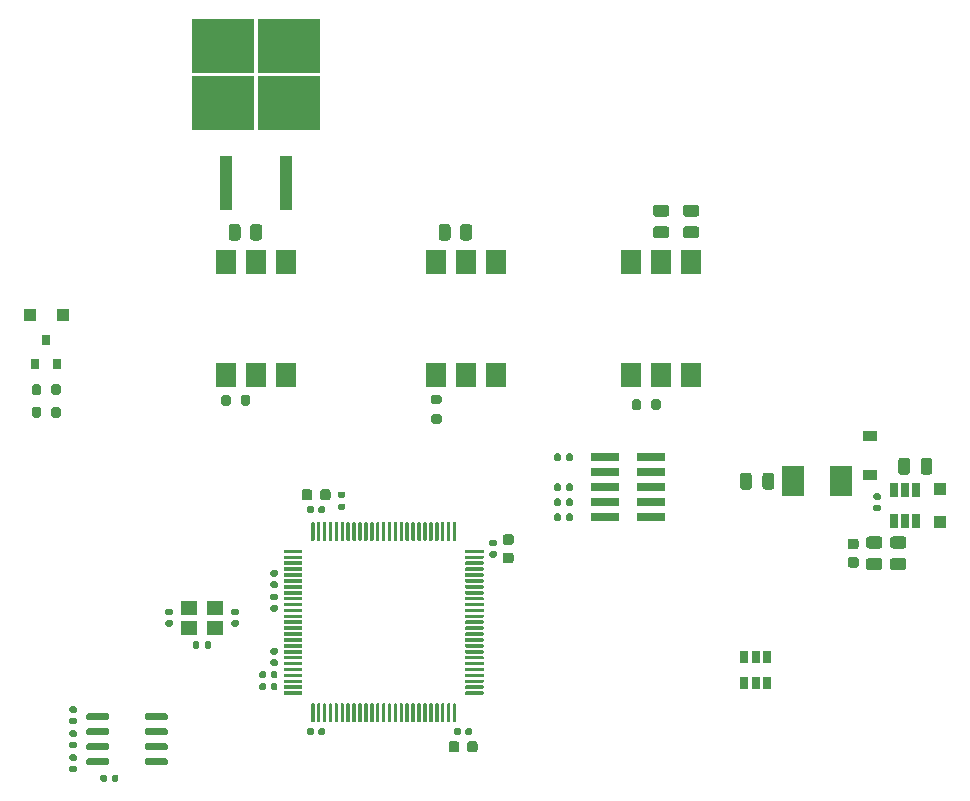
<source format=gbr>
%TF.GenerationSoftware,KiCad,Pcbnew,(5.1.7)-1*%
%TF.CreationDate,2021-04-04T08:26:08+02:00*%
%TF.ProjectId,Reflow_Ofen_V2,5265666c-6f77-45f4-9f66-656e5f56322e,rev?*%
%TF.SameCoordinates,Original*%
%TF.FileFunction,Paste,Top*%
%TF.FilePolarity,Positive*%
%FSLAX46Y46*%
G04 Gerber Fmt 4.6, Leading zero omitted, Abs format (unit mm)*
G04 Created by KiCad (PCBNEW (5.1.7)-1) date 2021-04-04 08:26:08*
%MOMM*%
%LPD*%
G01*
G04 APERTURE LIST*
%ADD10R,2.400000X0.740000*%
%ADD11R,1.100000X1.100000*%
%ADD12R,1.200000X0.900000*%
%ADD13R,1.100000X4.600000*%
%ADD14R,5.250000X4.550000*%
%ADD15R,0.650000X1.060000*%
%ADD16R,1.900000X2.500000*%
%ADD17R,0.800000X0.900000*%
%ADD18R,0.650000X1.220000*%
%ADD19R,1.780000X2.000000*%
%ADD20R,1.400000X1.200000*%
G04 APERTURE END LIST*
%TO.C,MCU1*%
G36*
G01*
X77250000Y-93135000D02*
X77250000Y-92985000D01*
G75*
G02*
X77325000Y-92910000I75000J0D01*
G01*
X78775000Y-92910000D01*
G75*
G02*
X78850000Y-92985000I0J-75000D01*
G01*
X78850000Y-93135000D01*
G75*
G02*
X78775000Y-93210000I-75000J0D01*
G01*
X77325000Y-93210000D01*
G75*
G02*
X77250000Y-93135000I0J75000D01*
G01*
G37*
G36*
G01*
X77250000Y-93635000D02*
X77250000Y-93485000D01*
G75*
G02*
X77325000Y-93410000I75000J0D01*
G01*
X78775000Y-93410000D01*
G75*
G02*
X78850000Y-93485000I0J-75000D01*
G01*
X78850000Y-93635000D01*
G75*
G02*
X78775000Y-93710000I-75000J0D01*
G01*
X77325000Y-93710000D01*
G75*
G02*
X77250000Y-93635000I0J75000D01*
G01*
G37*
G36*
G01*
X77250000Y-94135000D02*
X77250000Y-93985000D01*
G75*
G02*
X77325000Y-93910000I75000J0D01*
G01*
X78775000Y-93910000D01*
G75*
G02*
X78850000Y-93985000I0J-75000D01*
G01*
X78850000Y-94135000D01*
G75*
G02*
X78775000Y-94210000I-75000J0D01*
G01*
X77325000Y-94210000D01*
G75*
G02*
X77250000Y-94135000I0J75000D01*
G01*
G37*
G36*
G01*
X77250000Y-94635000D02*
X77250000Y-94485000D01*
G75*
G02*
X77325000Y-94410000I75000J0D01*
G01*
X78775000Y-94410000D01*
G75*
G02*
X78850000Y-94485000I0J-75000D01*
G01*
X78850000Y-94635000D01*
G75*
G02*
X78775000Y-94710000I-75000J0D01*
G01*
X77325000Y-94710000D01*
G75*
G02*
X77250000Y-94635000I0J75000D01*
G01*
G37*
G36*
G01*
X77250000Y-95135000D02*
X77250000Y-94985000D01*
G75*
G02*
X77325000Y-94910000I75000J0D01*
G01*
X78775000Y-94910000D01*
G75*
G02*
X78850000Y-94985000I0J-75000D01*
G01*
X78850000Y-95135000D01*
G75*
G02*
X78775000Y-95210000I-75000J0D01*
G01*
X77325000Y-95210000D01*
G75*
G02*
X77250000Y-95135000I0J75000D01*
G01*
G37*
G36*
G01*
X77250000Y-95635000D02*
X77250000Y-95485000D01*
G75*
G02*
X77325000Y-95410000I75000J0D01*
G01*
X78775000Y-95410000D01*
G75*
G02*
X78850000Y-95485000I0J-75000D01*
G01*
X78850000Y-95635000D01*
G75*
G02*
X78775000Y-95710000I-75000J0D01*
G01*
X77325000Y-95710000D01*
G75*
G02*
X77250000Y-95635000I0J75000D01*
G01*
G37*
G36*
G01*
X77250000Y-96135000D02*
X77250000Y-95985000D01*
G75*
G02*
X77325000Y-95910000I75000J0D01*
G01*
X78775000Y-95910000D01*
G75*
G02*
X78850000Y-95985000I0J-75000D01*
G01*
X78850000Y-96135000D01*
G75*
G02*
X78775000Y-96210000I-75000J0D01*
G01*
X77325000Y-96210000D01*
G75*
G02*
X77250000Y-96135000I0J75000D01*
G01*
G37*
G36*
G01*
X77250000Y-96635000D02*
X77250000Y-96485000D01*
G75*
G02*
X77325000Y-96410000I75000J0D01*
G01*
X78775000Y-96410000D01*
G75*
G02*
X78850000Y-96485000I0J-75000D01*
G01*
X78850000Y-96635000D01*
G75*
G02*
X78775000Y-96710000I-75000J0D01*
G01*
X77325000Y-96710000D01*
G75*
G02*
X77250000Y-96635000I0J75000D01*
G01*
G37*
G36*
G01*
X77250000Y-97135000D02*
X77250000Y-96985000D01*
G75*
G02*
X77325000Y-96910000I75000J0D01*
G01*
X78775000Y-96910000D01*
G75*
G02*
X78850000Y-96985000I0J-75000D01*
G01*
X78850000Y-97135000D01*
G75*
G02*
X78775000Y-97210000I-75000J0D01*
G01*
X77325000Y-97210000D01*
G75*
G02*
X77250000Y-97135000I0J75000D01*
G01*
G37*
G36*
G01*
X77250000Y-97635000D02*
X77250000Y-97485000D01*
G75*
G02*
X77325000Y-97410000I75000J0D01*
G01*
X78775000Y-97410000D01*
G75*
G02*
X78850000Y-97485000I0J-75000D01*
G01*
X78850000Y-97635000D01*
G75*
G02*
X78775000Y-97710000I-75000J0D01*
G01*
X77325000Y-97710000D01*
G75*
G02*
X77250000Y-97635000I0J75000D01*
G01*
G37*
G36*
G01*
X77250000Y-98135000D02*
X77250000Y-97985000D01*
G75*
G02*
X77325000Y-97910000I75000J0D01*
G01*
X78775000Y-97910000D01*
G75*
G02*
X78850000Y-97985000I0J-75000D01*
G01*
X78850000Y-98135000D01*
G75*
G02*
X78775000Y-98210000I-75000J0D01*
G01*
X77325000Y-98210000D01*
G75*
G02*
X77250000Y-98135000I0J75000D01*
G01*
G37*
G36*
G01*
X77250000Y-98635000D02*
X77250000Y-98485000D01*
G75*
G02*
X77325000Y-98410000I75000J0D01*
G01*
X78775000Y-98410000D01*
G75*
G02*
X78850000Y-98485000I0J-75000D01*
G01*
X78850000Y-98635000D01*
G75*
G02*
X78775000Y-98710000I-75000J0D01*
G01*
X77325000Y-98710000D01*
G75*
G02*
X77250000Y-98635000I0J75000D01*
G01*
G37*
G36*
G01*
X77250000Y-99135000D02*
X77250000Y-98985000D01*
G75*
G02*
X77325000Y-98910000I75000J0D01*
G01*
X78775000Y-98910000D01*
G75*
G02*
X78850000Y-98985000I0J-75000D01*
G01*
X78850000Y-99135000D01*
G75*
G02*
X78775000Y-99210000I-75000J0D01*
G01*
X77325000Y-99210000D01*
G75*
G02*
X77250000Y-99135000I0J75000D01*
G01*
G37*
G36*
G01*
X77250000Y-99635000D02*
X77250000Y-99485000D01*
G75*
G02*
X77325000Y-99410000I75000J0D01*
G01*
X78775000Y-99410000D01*
G75*
G02*
X78850000Y-99485000I0J-75000D01*
G01*
X78850000Y-99635000D01*
G75*
G02*
X78775000Y-99710000I-75000J0D01*
G01*
X77325000Y-99710000D01*
G75*
G02*
X77250000Y-99635000I0J75000D01*
G01*
G37*
G36*
G01*
X77250000Y-100135000D02*
X77250000Y-99985000D01*
G75*
G02*
X77325000Y-99910000I75000J0D01*
G01*
X78775000Y-99910000D01*
G75*
G02*
X78850000Y-99985000I0J-75000D01*
G01*
X78850000Y-100135000D01*
G75*
G02*
X78775000Y-100210000I-75000J0D01*
G01*
X77325000Y-100210000D01*
G75*
G02*
X77250000Y-100135000I0J75000D01*
G01*
G37*
G36*
G01*
X77250000Y-100635000D02*
X77250000Y-100485000D01*
G75*
G02*
X77325000Y-100410000I75000J0D01*
G01*
X78775000Y-100410000D01*
G75*
G02*
X78850000Y-100485000I0J-75000D01*
G01*
X78850000Y-100635000D01*
G75*
G02*
X78775000Y-100710000I-75000J0D01*
G01*
X77325000Y-100710000D01*
G75*
G02*
X77250000Y-100635000I0J75000D01*
G01*
G37*
G36*
G01*
X77250000Y-101135000D02*
X77250000Y-100985000D01*
G75*
G02*
X77325000Y-100910000I75000J0D01*
G01*
X78775000Y-100910000D01*
G75*
G02*
X78850000Y-100985000I0J-75000D01*
G01*
X78850000Y-101135000D01*
G75*
G02*
X78775000Y-101210000I-75000J0D01*
G01*
X77325000Y-101210000D01*
G75*
G02*
X77250000Y-101135000I0J75000D01*
G01*
G37*
G36*
G01*
X77250000Y-101635000D02*
X77250000Y-101485000D01*
G75*
G02*
X77325000Y-101410000I75000J0D01*
G01*
X78775000Y-101410000D01*
G75*
G02*
X78850000Y-101485000I0J-75000D01*
G01*
X78850000Y-101635000D01*
G75*
G02*
X78775000Y-101710000I-75000J0D01*
G01*
X77325000Y-101710000D01*
G75*
G02*
X77250000Y-101635000I0J75000D01*
G01*
G37*
G36*
G01*
X77250000Y-102135000D02*
X77250000Y-101985000D01*
G75*
G02*
X77325000Y-101910000I75000J0D01*
G01*
X78775000Y-101910000D01*
G75*
G02*
X78850000Y-101985000I0J-75000D01*
G01*
X78850000Y-102135000D01*
G75*
G02*
X78775000Y-102210000I-75000J0D01*
G01*
X77325000Y-102210000D01*
G75*
G02*
X77250000Y-102135000I0J75000D01*
G01*
G37*
G36*
G01*
X77250000Y-102635000D02*
X77250000Y-102485000D01*
G75*
G02*
X77325000Y-102410000I75000J0D01*
G01*
X78775000Y-102410000D01*
G75*
G02*
X78850000Y-102485000I0J-75000D01*
G01*
X78850000Y-102635000D01*
G75*
G02*
X78775000Y-102710000I-75000J0D01*
G01*
X77325000Y-102710000D01*
G75*
G02*
X77250000Y-102635000I0J75000D01*
G01*
G37*
G36*
G01*
X77250000Y-103135000D02*
X77250000Y-102985000D01*
G75*
G02*
X77325000Y-102910000I75000J0D01*
G01*
X78775000Y-102910000D01*
G75*
G02*
X78850000Y-102985000I0J-75000D01*
G01*
X78850000Y-103135000D01*
G75*
G02*
X78775000Y-103210000I-75000J0D01*
G01*
X77325000Y-103210000D01*
G75*
G02*
X77250000Y-103135000I0J75000D01*
G01*
G37*
G36*
G01*
X77250000Y-103635000D02*
X77250000Y-103485000D01*
G75*
G02*
X77325000Y-103410000I75000J0D01*
G01*
X78775000Y-103410000D01*
G75*
G02*
X78850000Y-103485000I0J-75000D01*
G01*
X78850000Y-103635000D01*
G75*
G02*
X78775000Y-103710000I-75000J0D01*
G01*
X77325000Y-103710000D01*
G75*
G02*
X77250000Y-103635000I0J75000D01*
G01*
G37*
G36*
G01*
X77250000Y-104135000D02*
X77250000Y-103985000D01*
G75*
G02*
X77325000Y-103910000I75000J0D01*
G01*
X78775000Y-103910000D01*
G75*
G02*
X78850000Y-103985000I0J-75000D01*
G01*
X78850000Y-104135000D01*
G75*
G02*
X78775000Y-104210000I-75000J0D01*
G01*
X77325000Y-104210000D01*
G75*
G02*
X77250000Y-104135000I0J75000D01*
G01*
G37*
G36*
G01*
X77250000Y-104635000D02*
X77250000Y-104485000D01*
G75*
G02*
X77325000Y-104410000I75000J0D01*
G01*
X78775000Y-104410000D01*
G75*
G02*
X78850000Y-104485000I0J-75000D01*
G01*
X78850000Y-104635000D01*
G75*
G02*
X78775000Y-104710000I-75000J0D01*
G01*
X77325000Y-104710000D01*
G75*
G02*
X77250000Y-104635000I0J75000D01*
G01*
G37*
G36*
G01*
X77250000Y-105135000D02*
X77250000Y-104985000D01*
G75*
G02*
X77325000Y-104910000I75000J0D01*
G01*
X78775000Y-104910000D01*
G75*
G02*
X78850000Y-104985000I0J-75000D01*
G01*
X78850000Y-105135000D01*
G75*
G02*
X78775000Y-105210000I-75000J0D01*
G01*
X77325000Y-105210000D01*
G75*
G02*
X77250000Y-105135000I0J75000D01*
G01*
G37*
G36*
G01*
X79575000Y-107460000D02*
X79575000Y-106010000D01*
G75*
G02*
X79650000Y-105935000I75000J0D01*
G01*
X79800000Y-105935000D01*
G75*
G02*
X79875000Y-106010000I0J-75000D01*
G01*
X79875000Y-107460000D01*
G75*
G02*
X79800000Y-107535000I-75000J0D01*
G01*
X79650000Y-107535000D01*
G75*
G02*
X79575000Y-107460000I0J75000D01*
G01*
G37*
G36*
G01*
X80075000Y-107460000D02*
X80075000Y-106010000D01*
G75*
G02*
X80150000Y-105935000I75000J0D01*
G01*
X80300000Y-105935000D01*
G75*
G02*
X80375000Y-106010000I0J-75000D01*
G01*
X80375000Y-107460000D01*
G75*
G02*
X80300000Y-107535000I-75000J0D01*
G01*
X80150000Y-107535000D01*
G75*
G02*
X80075000Y-107460000I0J75000D01*
G01*
G37*
G36*
G01*
X80575000Y-107460000D02*
X80575000Y-106010000D01*
G75*
G02*
X80650000Y-105935000I75000J0D01*
G01*
X80800000Y-105935000D01*
G75*
G02*
X80875000Y-106010000I0J-75000D01*
G01*
X80875000Y-107460000D01*
G75*
G02*
X80800000Y-107535000I-75000J0D01*
G01*
X80650000Y-107535000D01*
G75*
G02*
X80575000Y-107460000I0J75000D01*
G01*
G37*
G36*
G01*
X81075000Y-107460000D02*
X81075000Y-106010000D01*
G75*
G02*
X81150000Y-105935000I75000J0D01*
G01*
X81300000Y-105935000D01*
G75*
G02*
X81375000Y-106010000I0J-75000D01*
G01*
X81375000Y-107460000D01*
G75*
G02*
X81300000Y-107535000I-75000J0D01*
G01*
X81150000Y-107535000D01*
G75*
G02*
X81075000Y-107460000I0J75000D01*
G01*
G37*
G36*
G01*
X81575000Y-107460000D02*
X81575000Y-106010000D01*
G75*
G02*
X81650000Y-105935000I75000J0D01*
G01*
X81800000Y-105935000D01*
G75*
G02*
X81875000Y-106010000I0J-75000D01*
G01*
X81875000Y-107460000D01*
G75*
G02*
X81800000Y-107535000I-75000J0D01*
G01*
X81650000Y-107535000D01*
G75*
G02*
X81575000Y-107460000I0J75000D01*
G01*
G37*
G36*
G01*
X82075000Y-107460000D02*
X82075000Y-106010000D01*
G75*
G02*
X82150000Y-105935000I75000J0D01*
G01*
X82300000Y-105935000D01*
G75*
G02*
X82375000Y-106010000I0J-75000D01*
G01*
X82375000Y-107460000D01*
G75*
G02*
X82300000Y-107535000I-75000J0D01*
G01*
X82150000Y-107535000D01*
G75*
G02*
X82075000Y-107460000I0J75000D01*
G01*
G37*
G36*
G01*
X82575000Y-107460000D02*
X82575000Y-106010000D01*
G75*
G02*
X82650000Y-105935000I75000J0D01*
G01*
X82800000Y-105935000D01*
G75*
G02*
X82875000Y-106010000I0J-75000D01*
G01*
X82875000Y-107460000D01*
G75*
G02*
X82800000Y-107535000I-75000J0D01*
G01*
X82650000Y-107535000D01*
G75*
G02*
X82575000Y-107460000I0J75000D01*
G01*
G37*
G36*
G01*
X83075000Y-107460000D02*
X83075000Y-106010000D01*
G75*
G02*
X83150000Y-105935000I75000J0D01*
G01*
X83300000Y-105935000D01*
G75*
G02*
X83375000Y-106010000I0J-75000D01*
G01*
X83375000Y-107460000D01*
G75*
G02*
X83300000Y-107535000I-75000J0D01*
G01*
X83150000Y-107535000D01*
G75*
G02*
X83075000Y-107460000I0J75000D01*
G01*
G37*
G36*
G01*
X83575000Y-107460000D02*
X83575000Y-106010000D01*
G75*
G02*
X83650000Y-105935000I75000J0D01*
G01*
X83800000Y-105935000D01*
G75*
G02*
X83875000Y-106010000I0J-75000D01*
G01*
X83875000Y-107460000D01*
G75*
G02*
X83800000Y-107535000I-75000J0D01*
G01*
X83650000Y-107535000D01*
G75*
G02*
X83575000Y-107460000I0J75000D01*
G01*
G37*
G36*
G01*
X84075000Y-107460000D02*
X84075000Y-106010000D01*
G75*
G02*
X84150000Y-105935000I75000J0D01*
G01*
X84300000Y-105935000D01*
G75*
G02*
X84375000Y-106010000I0J-75000D01*
G01*
X84375000Y-107460000D01*
G75*
G02*
X84300000Y-107535000I-75000J0D01*
G01*
X84150000Y-107535000D01*
G75*
G02*
X84075000Y-107460000I0J75000D01*
G01*
G37*
G36*
G01*
X84575000Y-107460000D02*
X84575000Y-106010000D01*
G75*
G02*
X84650000Y-105935000I75000J0D01*
G01*
X84800000Y-105935000D01*
G75*
G02*
X84875000Y-106010000I0J-75000D01*
G01*
X84875000Y-107460000D01*
G75*
G02*
X84800000Y-107535000I-75000J0D01*
G01*
X84650000Y-107535000D01*
G75*
G02*
X84575000Y-107460000I0J75000D01*
G01*
G37*
G36*
G01*
X85075000Y-107460000D02*
X85075000Y-106010000D01*
G75*
G02*
X85150000Y-105935000I75000J0D01*
G01*
X85300000Y-105935000D01*
G75*
G02*
X85375000Y-106010000I0J-75000D01*
G01*
X85375000Y-107460000D01*
G75*
G02*
X85300000Y-107535000I-75000J0D01*
G01*
X85150000Y-107535000D01*
G75*
G02*
X85075000Y-107460000I0J75000D01*
G01*
G37*
G36*
G01*
X85575000Y-107460000D02*
X85575000Y-106010000D01*
G75*
G02*
X85650000Y-105935000I75000J0D01*
G01*
X85800000Y-105935000D01*
G75*
G02*
X85875000Y-106010000I0J-75000D01*
G01*
X85875000Y-107460000D01*
G75*
G02*
X85800000Y-107535000I-75000J0D01*
G01*
X85650000Y-107535000D01*
G75*
G02*
X85575000Y-107460000I0J75000D01*
G01*
G37*
G36*
G01*
X86075000Y-107460000D02*
X86075000Y-106010000D01*
G75*
G02*
X86150000Y-105935000I75000J0D01*
G01*
X86300000Y-105935000D01*
G75*
G02*
X86375000Y-106010000I0J-75000D01*
G01*
X86375000Y-107460000D01*
G75*
G02*
X86300000Y-107535000I-75000J0D01*
G01*
X86150000Y-107535000D01*
G75*
G02*
X86075000Y-107460000I0J75000D01*
G01*
G37*
G36*
G01*
X86575000Y-107460000D02*
X86575000Y-106010000D01*
G75*
G02*
X86650000Y-105935000I75000J0D01*
G01*
X86800000Y-105935000D01*
G75*
G02*
X86875000Y-106010000I0J-75000D01*
G01*
X86875000Y-107460000D01*
G75*
G02*
X86800000Y-107535000I-75000J0D01*
G01*
X86650000Y-107535000D01*
G75*
G02*
X86575000Y-107460000I0J75000D01*
G01*
G37*
G36*
G01*
X87075000Y-107460000D02*
X87075000Y-106010000D01*
G75*
G02*
X87150000Y-105935000I75000J0D01*
G01*
X87300000Y-105935000D01*
G75*
G02*
X87375000Y-106010000I0J-75000D01*
G01*
X87375000Y-107460000D01*
G75*
G02*
X87300000Y-107535000I-75000J0D01*
G01*
X87150000Y-107535000D01*
G75*
G02*
X87075000Y-107460000I0J75000D01*
G01*
G37*
G36*
G01*
X87575000Y-107460000D02*
X87575000Y-106010000D01*
G75*
G02*
X87650000Y-105935000I75000J0D01*
G01*
X87800000Y-105935000D01*
G75*
G02*
X87875000Y-106010000I0J-75000D01*
G01*
X87875000Y-107460000D01*
G75*
G02*
X87800000Y-107535000I-75000J0D01*
G01*
X87650000Y-107535000D01*
G75*
G02*
X87575000Y-107460000I0J75000D01*
G01*
G37*
G36*
G01*
X88075000Y-107460000D02*
X88075000Y-106010000D01*
G75*
G02*
X88150000Y-105935000I75000J0D01*
G01*
X88300000Y-105935000D01*
G75*
G02*
X88375000Y-106010000I0J-75000D01*
G01*
X88375000Y-107460000D01*
G75*
G02*
X88300000Y-107535000I-75000J0D01*
G01*
X88150000Y-107535000D01*
G75*
G02*
X88075000Y-107460000I0J75000D01*
G01*
G37*
G36*
G01*
X88575000Y-107460000D02*
X88575000Y-106010000D01*
G75*
G02*
X88650000Y-105935000I75000J0D01*
G01*
X88800000Y-105935000D01*
G75*
G02*
X88875000Y-106010000I0J-75000D01*
G01*
X88875000Y-107460000D01*
G75*
G02*
X88800000Y-107535000I-75000J0D01*
G01*
X88650000Y-107535000D01*
G75*
G02*
X88575000Y-107460000I0J75000D01*
G01*
G37*
G36*
G01*
X89075000Y-107460000D02*
X89075000Y-106010000D01*
G75*
G02*
X89150000Y-105935000I75000J0D01*
G01*
X89300000Y-105935000D01*
G75*
G02*
X89375000Y-106010000I0J-75000D01*
G01*
X89375000Y-107460000D01*
G75*
G02*
X89300000Y-107535000I-75000J0D01*
G01*
X89150000Y-107535000D01*
G75*
G02*
X89075000Y-107460000I0J75000D01*
G01*
G37*
G36*
G01*
X89575000Y-107460000D02*
X89575000Y-106010000D01*
G75*
G02*
X89650000Y-105935000I75000J0D01*
G01*
X89800000Y-105935000D01*
G75*
G02*
X89875000Y-106010000I0J-75000D01*
G01*
X89875000Y-107460000D01*
G75*
G02*
X89800000Y-107535000I-75000J0D01*
G01*
X89650000Y-107535000D01*
G75*
G02*
X89575000Y-107460000I0J75000D01*
G01*
G37*
G36*
G01*
X90075000Y-107460000D02*
X90075000Y-106010000D01*
G75*
G02*
X90150000Y-105935000I75000J0D01*
G01*
X90300000Y-105935000D01*
G75*
G02*
X90375000Y-106010000I0J-75000D01*
G01*
X90375000Y-107460000D01*
G75*
G02*
X90300000Y-107535000I-75000J0D01*
G01*
X90150000Y-107535000D01*
G75*
G02*
X90075000Y-107460000I0J75000D01*
G01*
G37*
G36*
G01*
X90575000Y-107460000D02*
X90575000Y-106010000D01*
G75*
G02*
X90650000Y-105935000I75000J0D01*
G01*
X90800000Y-105935000D01*
G75*
G02*
X90875000Y-106010000I0J-75000D01*
G01*
X90875000Y-107460000D01*
G75*
G02*
X90800000Y-107535000I-75000J0D01*
G01*
X90650000Y-107535000D01*
G75*
G02*
X90575000Y-107460000I0J75000D01*
G01*
G37*
G36*
G01*
X91075000Y-107460000D02*
X91075000Y-106010000D01*
G75*
G02*
X91150000Y-105935000I75000J0D01*
G01*
X91300000Y-105935000D01*
G75*
G02*
X91375000Y-106010000I0J-75000D01*
G01*
X91375000Y-107460000D01*
G75*
G02*
X91300000Y-107535000I-75000J0D01*
G01*
X91150000Y-107535000D01*
G75*
G02*
X91075000Y-107460000I0J75000D01*
G01*
G37*
G36*
G01*
X91575000Y-107460000D02*
X91575000Y-106010000D01*
G75*
G02*
X91650000Y-105935000I75000J0D01*
G01*
X91800000Y-105935000D01*
G75*
G02*
X91875000Y-106010000I0J-75000D01*
G01*
X91875000Y-107460000D01*
G75*
G02*
X91800000Y-107535000I-75000J0D01*
G01*
X91650000Y-107535000D01*
G75*
G02*
X91575000Y-107460000I0J75000D01*
G01*
G37*
G36*
G01*
X92600000Y-105135000D02*
X92600000Y-104985000D01*
G75*
G02*
X92675000Y-104910000I75000J0D01*
G01*
X94125000Y-104910000D01*
G75*
G02*
X94200000Y-104985000I0J-75000D01*
G01*
X94200000Y-105135000D01*
G75*
G02*
X94125000Y-105210000I-75000J0D01*
G01*
X92675000Y-105210000D01*
G75*
G02*
X92600000Y-105135000I0J75000D01*
G01*
G37*
G36*
G01*
X92600000Y-104635000D02*
X92600000Y-104485000D01*
G75*
G02*
X92675000Y-104410000I75000J0D01*
G01*
X94125000Y-104410000D01*
G75*
G02*
X94200000Y-104485000I0J-75000D01*
G01*
X94200000Y-104635000D01*
G75*
G02*
X94125000Y-104710000I-75000J0D01*
G01*
X92675000Y-104710000D01*
G75*
G02*
X92600000Y-104635000I0J75000D01*
G01*
G37*
G36*
G01*
X92600000Y-104135000D02*
X92600000Y-103985000D01*
G75*
G02*
X92675000Y-103910000I75000J0D01*
G01*
X94125000Y-103910000D01*
G75*
G02*
X94200000Y-103985000I0J-75000D01*
G01*
X94200000Y-104135000D01*
G75*
G02*
X94125000Y-104210000I-75000J0D01*
G01*
X92675000Y-104210000D01*
G75*
G02*
X92600000Y-104135000I0J75000D01*
G01*
G37*
G36*
G01*
X92600000Y-103635000D02*
X92600000Y-103485000D01*
G75*
G02*
X92675000Y-103410000I75000J0D01*
G01*
X94125000Y-103410000D01*
G75*
G02*
X94200000Y-103485000I0J-75000D01*
G01*
X94200000Y-103635000D01*
G75*
G02*
X94125000Y-103710000I-75000J0D01*
G01*
X92675000Y-103710000D01*
G75*
G02*
X92600000Y-103635000I0J75000D01*
G01*
G37*
G36*
G01*
X92600000Y-103135000D02*
X92600000Y-102985000D01*
G75*
G02*
X92675000Y-102910000I75000J0D01*
G01*
X94125000Y-102910000D01*
G75*
G02*
X94200000Y-102985000I0J-75000D01*
G01*
X94200000Y-103135000D01*
G75*
G02*
X94125000Y-103210000I-75000J0D01*
G01*
X92675000Y-103210000D01*
G75*
G02*
X92600000Y-103135000I0J75000D01*
G01*
G37*
G36*
G01*
X92600000Y-102635000D02*
X92600000Y-102485000D01*
G75*
G02*
X92675000Y-102410000I75000J0D01*
G01*
X94125000Y-102410000D01*
G75*
G02*
X94200000Y-102485000I0J-75000D01*
G01*
X94200000Y-102635000D01*
G75*
G02*
X94125000Y-102710000I-75000J0D01*
G01*
X92675000Y-102710000D01*
G75*
G02*
X92600000Y-102635000I0J75000D01*
G01*
G37*
G36*
G01*
X92600000Y-102135000D02*
X92600000Y-101985000D01*
G75*
G02*
X92675000Y-101910000I75000J0D01*
G01*
X94125000Y-101910000D01*
G75*
G02*
X94200000Y-101985000I0J-75000D01*
G01*
X94200000Y-102135000D01*
G75*
G02*
X94125000Y-102210000I-75000J0D01*
G01*
X92675000Y-102210000D01*
G75*
G02*
X92600000Y-102135000I0J75000D01*
G01*
G37*
G36*
G01*
X92600000Y-101635000D02*
X92600000Y-101485000D01*
G75*
G02*
X92675000Y-101410000I75000J0D01*
G01*
X94125000Y-101410000D01*
G75*
G02*
X94200000Y-101485000I0J-75000D01*
G01*
X94200000Y-101635000D01*
G75*
G02*
X94125000Y-101710000I-75000J0D01*
G01*
X92675000Y-101710000D01*
G75*
G02*
X92600000Y-101635000I0J75000D01*
G01*
G37*
G36*
G01*
X92600000Y-101135000D02*
X92600000Y-100985000D01*
G75*
G02*
X92675000Y-100910000I75000J0D01*
G01*
X94125000Y-100910000D01*
G75*
G02*
X94200000Y-100985000I0J-75000D01*
G01*
X94200000Y-101135000D01*
G75*
G02*
X94125000Y-101210000I-75000J0D01*
G01*
X92675000Y-101210000D01*
G75*
G02*
X92600000Y-101135000I0J75000D01*
G01*
G37*
G36*
G01*
X92600000Y-100635000D02*
X92600000Y-100485000D01*
G75*
G02*
X92675000Y-100410000I75000J0D01*
G01*
X94125000Y-100410000D01*
G75*
G02*
X94200000Y-100485000I0J-75000D01*
G01*
X94200000Y-100635000D01*
G75*
G02*
X94125000Y-100710000I-75000J0D01*
G01*
X92675000Y-100710000D01*
G75*
G02*
X92600000Y-100635000I0J75000D01*
G01*
G37*
G36*
G01*
X92600000Y-100135000D02*
X92600000Y-99985000D01*
G75*
G02*
X92675000Y-99910000I75000J0D01*
G01*
X94125000Y-99910000D01*
G75*
G02*
X94200000Y-99985000I0J-75000D01*
G01*
X94200000Y-100135000D01*
G75*
G02*
X94125000Y-100210000I-75000J0D01*
G01*
X92675000Y-100210000D01*
G75*
G02*
X92600000Y-100135000I0J75000D01*
G01*
G37*
G36*
G01*
X92600000Y-99635000D02*
X92600000Y-99485000D01*
G75*
G02*
X92675000Y-99410000I75000J0D01*
G01*
X94125000Y-99410000D01*
G75*
G02*
X94200000Y-99485000I0J-75000D01*
G01*
X94200000Y-99635000D01*
G75*
G02*
X94125000Y-99710000I-75000J0D01*
G01*
X92675000Y-99710000D01*
G75*
G02*
X92600000Y-99635000I0J75000D01*
G01*
G37*
G36*
G01*
X92600000Y-99135000D02*
X92600000Y-98985000D01*
G75*
G02*
X92675000Y-98910000I75000J0D01*
G01*
X94125000Y-98910000D01*
G75*
G02*
X94200000Y-98985000I0J-75000D01*
G01*
X94200000Y-99135000D01*
G75*
G02*
X94125000Y-99210000I-75000J0D01*
G01*
X92675000Y-99210000D01*
G75*
G02*
X92600000Y-99135000I0J75000D01*
G01*
G37*
G36*
G01*
X92600000Y-98635000D02*
X92600000Y-98485000D01*
G75*
G02*
X92675000Y-98410000I75000J0D01*
G01*
X94125000Y-98410000D01*
G75*
G02*
X94200000Y-98485000I0J-75000D01*
G01*
X94200000Y-98635000D01*
G75*
G02*
X94125000Y-98710000I-75000J0D01*
G01*
X92675000Y-98710000D01*
G75*
G02*
X92600000Y-98635000I0J75000D01*
G01*
G37*
G36*
G01*
X92600000Y-98135000D02*
X92600000Y-97985000D01*
G75*
G02*
X92675000Y-97910000I75000J0D01*
G01*
X94125000Y-97910000D01*
G75*
G02*
X94200000Y-97985000I0J-75000D01*
G01*
X94200000Y-98135000D01*
G75*
G02*
X94125000Y-98210000I-75000J0D01*
G01*
X92675000Y-98210000D01*
G75*
G02*
X92600000Y-98135000I0J75000D01*
G01*
G37*
G36*
G01*
X92600000Y-97635000D02*
X92600000Y-97485000D01*
G75*
G02*
X92675000Y-97410000I75000J0D01*
G01*
X94125000Y-97410000D01*
G75*
G02*
X94200000Y-97485000I0J-75000D01*
G01*
X94200000Y-97635000D01*
G75*
G02*
X94125000Y-97710000I-75000J0D01*
G01*
X92675000Y-97710000D01*
G75*
G02*
X92600000Y-97635000I0J75000D01*
G01*
G37*
G36*
G01*
X92600000Y-97135000D02*
X92600000Y-96985000D01*
G75*
G02*
X92675000Y-96910000I75000J0D01*
G01*
X94125000Y-96910000D01*
G75*
G02*
X94200000Y-96985000I0J-75000D01*
G01*
X94200000Y-97135000D01*
G75*
G02*
X94125000Y-97210000I-75000J0D01*
G01*
X92675000Y-97210000D01*
G75*
G02*
X92600000Y-97135000I0J75000D01*
G01*
G37*
G36*
G01*
X92600000Y-96635000D02*
X92600000Y-96485000D01*
G75*
G02*
X92675000Y-96410000I75000J0D01*
G01*
X94125000Y-96410000D01*
G75*
G02*
X94200000Y-96485000I0J-75000D01*
G01*
X94200000Y-96635000D01*
G75*
G02*
X94125000Y-96710000I-75000J0D01*
G01*
X92675000Y-96710000D01*
G75*
G02*
X92600000Y-96635000I0J75000D01*
G01*
G37*
G36*
G01*
X92600000Y-96135000D02*
X92600000Y-95985000D01*
G75*
G02*
X92675000Y-95910000I75000J0D01*
G01*
X94125000Y-95910000D01*
G75*
G02*
X94200000Y-95985000I0J-75000D01*
G01*
X94200000Y-96135000D01*
G75*
G02*
X94125000Y-96210000I-75000J0D01*
G01*
X92675000Y-96210000D01*
G75*
G02*
X92600000Y-96135000I0J75000D01*
G01*
G37*
G36*
G01*
X92600000Y-95635000D02*
X92600000Y-95485000D01*
G75*
G02*
X92675000Y-95410000I75000J0D01*
G01*
X94125000Y-95410000D01*
G75*
G02*
X94200000Y-95485000I0J-75000D01*
G01*
X94200000Y-95635000D01*
G75*
G02*
X94125000Y-95710000I-75000J0D01*
G01*
X92675000Y-95710000D01*
G75*
G02*
X92600000Y-95635000I0J75000D01*
G01*
G37*
G36*
G01*
X92600000Y-95135000D02*
X92600000Y-94985000D01*
G75*
G02*
X92675000Y-94910000I75000J0D01*
G01*
X94125000Y-94910000D01*
G75*
G02*
X94200000Y-94985000I0J-75000D01*
G01*
X94200000Y-95135000D01*
G75*
G02*
X94125000Y-95210000I-75000J0D01*
G01*
X92675000Y-95210000D01*
G75*
G02*
X92600000Y-95135000I0J75000D01*
G01*
G37*
G36*
G01*
X92600000Y-94635000D02*
X92600000Y-94485000D01*
G75*
G02*
X92675000Y-94410000I75000J0D01*
G01*
X94125000Y-94410000D01*
G75*
G02*
X94200000Y-94485000I0J-75000D01*
G01*
X94200000Y-94635000D01*
G75*
G02*
X94125000Y-94710000I-75000J0D01*
G01*
X92675000Y-94710000D01*
G75*
G02*
X92600000Y-94635000I0J75000D01*
G01*
G37*
G36*
G01*
X92600000Y-94135000D02*
X92600000Y-93985000D01*
G75*
G02*
X92675000Y-93910000I75000J0D01*
G01*
X94125000Y-93910000D01*
G75*
G02*
X94200000Y-93985000I0J-75000D01*
G01*
X94200000Y-94135000D01*
G75*
G02*
X94125000Y-94210000I-75000J0D01*
G01*
X92675000Y-94210000D01*
G75*
G02*
X92600000Y-94135000I0J75000D01*
G01*
G37*
G36*
G01*
X92600000Y-93635000D02*
X92600000Y-93485000D01*
G75*
G02*
X92675000Y-93410000I75000J0D01*
G01*
X94125000Y-93410000D01*
G75*
G02*
X94200000Y-93485000I0J-75000D01*
G01*
X94200000Y-93635000D01*
G75*
G02*
X94125000Y-93710000I-75000J0D01*
G01*
X92675000Y-93710000D01*
G75*
G02*
X92600000Y-93635000I0J75000D01*
G01*
G37*
G36*
G01*
X92600000Y-93135000D02*
X92600000Y-92985000D01*
G75*
G02*
X92675000Y-92910000I75000J0D01*
G01*
X94125000Y-92910000D01*
G75*
G02*
X94200000Y-92985000I0J-75000D01*
G01*
X94200000Y-93135000D01*
G75*
G02*
X94125000Y-93210000I-75000J0D01*
G01*
X92675000Y-93210000D01*
G75*
G02*
X92600000Y-93135000I0J75000D01*
G01*
G37*
G36*
G01*
X91575000Y-92110000D02*
X91575000Y-90660000D01*
G75*
G02*
X91650000Y-90585000I75000J0D01*
G01*
X91800000Y-90585000D01*
G75*
G02*
X91875000Y-90660000I0J-75000D01*
G01*
X91875000Y-92110000D01*
G75*
G02*
X91800000Y-92185000I-75000J0D01*
G01*
X91650000Y-92185000D01*
G75*
G02*
X91575000Y-92110000I0J75000D01*
G01*
G37*
G36*
G01*
X91075000Y-92110000D02*
X91075000Y-90660000D01*
G75*
G02*
X91150000Y-90585000I75000J0D01*
G01*
X91300000Y-90585000D01*
G75*
G02*
X91375000Y-90660000I0J-75000D01*
G01*
X91375000Y-92110000D01*
G75*
G02*
X91300000Y-92185000I-75000J0D01*
G01*
X91150000Y-92185000D01*
G75*
G02*
X91075000Y-92110000I0J75000D01*
G01*
G37*
G36*
G01*
X90575000Y-92110000D02*
X90575000Y-90660000D01*
G75*
G02*
X90650000Y-90585000I75000J0D01*
G01*
X90800000Y-90585000D01*
G75*
G02*
X90875000Y-90660000I0J-75000D01*
G01*
X90875000Y-92110000D01*
G75*
G02*
X90800000Y-92185000I-75000J0D01*
G01*
X90650000Y-92185000D01*
G75*
G02*
X90575000Y-92110000I0J75000D01*
G01*
G37*
G36*
G01*
X90075000Y-92110000D02*
X90075000Y-90660000D01*
G75*
G02*
X90150000Y-90585000I75000J0D01*
G01*
X90300000Y-90585000D01*
G75*
G02*
X90375000Y-90660000I0J-75000D01*
G01*
X90375000Y-92110000D01*
G75*
G02*
X90300000Y-92185000I-75000J0D01*
G01*
X90150000Y-92185000D01*
G75*
G02*
X90075000Y-92110000I0J75000D01*
G01*
G37*
G36*
G01*
X89575000Y-92110000D02*
X89575000Y-90660000D01*
G75*
G02*
X89650000Y-90585000I75000J0D01*
G01*
X89800000Y-90585000D01*
G75*
G02*
X89875000Y-90660000I0J-75000D01*
G01*
X89875000Y-92110000D01*
G75*
G02*
X89800000Y-92185000I-75000J0D01*
G01*
X89650000Y-92185000D01*
G75*
G02*
X89575000Y-92110000I0J75000D01*
G01*
G37*
G36*
G01*
X89075000Y-92110000D02*
X89075000Y-90660000D01*
G75*
G02*
X89150000Y-90585000I75000J0D01*
G01*
X89300000Y-90585000D01*
G75*
G02*
X89375000Y-90660000I0J-75000D01*
G01*
X89375000Y-92110000D01*
G75*
G02*
X89300000Y-92185000I-75000J0D01*
G01*
X89150000Y-92185000D01*
G75*
G02*
X89075000Y-92110000I0J75000D01*
G01*
G37*
G36*
G01*
X88575000Y-92110000D02*
X88575000Y-90660000D01*
G75*
G02*
X88650000Y-90585000I75000J0D01*
G01*
X88800000Y-90585000D01*
G75*
G02*
X88875000Y-90660000I0J-75000D01*
G01*
X88875000Y-92110000D01*
G75*
G02*
X88800000Y-92185000I-75000J0D01*
G01*
X88650000Y-92185000D01*
G75*
G02*
X88575000Y-92110000I0J75000D01*
G01*
G37*
G36*
G01*
X88075000Y-92110000D02*
X88075000Y-90660000D01*
G75*
G02*
X88150000Y-90585000I75000J0D01*
G01*
X88300000Y-90585000D01*
G75*
G02*
X88375000Y-90660000I0J-75000D01*
G01*
X88375000Y-92110000D01*
G75*
G02*
X88300000Y-92185000I-75000J0D01*
G01*
X88150000Y-92185000D01*
G75*
G02*
X88075000Y-92110000I0J75000D01*
G01*
G37*
G36*
G01*
X87575000Y-92110000D02*
X87575000Y-90660000D01*
G75*
G02*
X87650000Y-90585000I75000J0D01*
G01*
X87800000Y-90585000D01*
G75*
G02*
X87875000Y-90660000I0J-75000D01*
G01*
X87875000Y-92110000D01*
G75*
G02*
X87800000Y-92185000I-75000J0D01*
G01*
X87650000Y-92185000D01*
G75*
G02*
X87575000Y-92110000I0J75000D01*
G01*
G37*
G36*
G01*
X87075000Y-92110000D02*
X87075000Y-90660000D01*
G75*
G02*
X87150000Y-90585000I75000J0D01*
G01*
X87300000Y-90585000D01*
G75*
G02*
X87375000Y-90660000I0J-75000D01*
G01*
X87375000Y-92110000D01*
G75*
G02*
X87300000Y-92185000I-75000J0D01*
G01*
X87150000Y-92185000D01*
G75*
G02*
X87075000Y-92110000I0J75000D01*
G01*
G37*
G36*
G01*
X86575000Y-92110000D02*
X86575000Y-90660000D01*
G75*
G02*
X86650000Y-90585000I75000J0D01*
G01*
X86800000Y-90585000D01*
G75*
G02*
X86875000Y-90660000I0J-75000D01*
G01*
X86875000Y-92110000D01*
G75*
G02*
X86800000Y-92185000I-75000J0D01*
G01*
X86650000Y-92185000D01*
G75*
G02*
X86575000Y-92110000I0J75000D01*
G01*
G37*
G36*
G01*
X86075000Y-92110000D02*
X86075000Y-90660000D01*
G75*
G02*
X86150000Y-90585000I75000J0D01*
G01*
X86300000Y-90585000D01*
G75*
G02*
X86375000Y-90660000I0J-75000D01*
G01*
X86375000Y-92110000D01*
G75*
G02*
X86300000Y-92185000I-75000J0D01*
G01*
X86150000Y-92185000D01*
G75*
G02*
X86075000Y-92110000I0J75000D01*
G01*
G37*
G36*
G01*
X85575000Y-92110000D02*
X85575000Y-90660000D01*
G75*
G02*
X85650000Y-90585000I75000J0D01*
G01*
X85800000Y-90585000D01*
G75*
G02*
X85875000Y-90660000I0J-75000D01*
G01*
X85875000Y-92110000D01*
G75*
G02*
X85800000Y-92185000I-75000J0D01*
G01*
X85650000Y-92185000D01*
G75*
G02*
X85575000Y-92110000I0J75000D01*
G01*
G37*
G36*
G01*
X85075000Y-92110000D02*
X85075000Y-90660000D01*
G75*
G02*
X85150000Y-90585000I75000J0D01*
G01*
X85300000Y-90585000D01*
G75*
G02*
X85375000Y-90660000I0J-75000D01*
G01*
X85375000Y-92110000D01*
G75*
G02*
X85300000Y-92185000I-75000J0D01*
G01*
X85150000Y-92185000D01*
G75*
G02*
X85075000Y-92110000I0J75000D01*
G01*
G37*
G36*
G01*
X84575000Y-92110000D02*
X84575000Y-90660000D01*
G75*
G02*
X84650000Y-90585000I75000J0D01*
G01*
X84800000Y-90585000D01*
G75*
G02*
X84875000Y-90660000I0J-75000D01*
G01*
X84875000Y-92110000D01*
G75*
G02*
X84800000Y-92185000I-75000J0D01*
G01*
X84650000Y-92185000D01*
G75*
G02*
X84575000Y-92110000I0J75000D01*
G01*
G37*
G36*
G01*
X84075000Y-92110000D02*
X84075000Y-90660000D01*
G75*
G02*
X84150000Y-90585000I75000J0D01*
G01*
X84300000Y-90585000D01*
G75*
G02*
X84375000Y-90660000I0J-75000D01*
G01*
X84375000Y-92110000D01*
G75*
G02*
X84300000Y-92185000I-75000J0D01*
G01*
X84150000Y-92185000D01*
G75*
G02*
X84075000Y-92110000I0J75000D01*
G01*
G37*
G36*
G01*
X83575000Y-92110000D02*
X83575000Y-90660000D01*
G75*
G02*
X83650000Y-90585000I75000J0D01*
G01*
X83800000Y-90585000D01*
G75*
G02*
X83875000Y-90660000I0J-75000D01*
G01*
X83875000Y-92110000D01*
G75*
G02*
X83800000Y-92185000I-75000J0D01*
G01*
X83650000Y-92185000D01*
G75*
G02*
X83575000Y-92110000I0J75000D01*
G01*
G37*
G36*
G01*
X83075000Y-92110000D02*
X83075000Y-90660000D01*
G75*
G02*
X83150000Y-90585000I75000J0D01*
G01*
X83300000Y-90585000D01*
G75*
G02*
X83375000Y-90660000I0J-75000D01*
G01*
X83375000Y-92110000D01*
G75*
G02*
X83300000Y-92185000I-75000J0D01*
G01*
X83150000Y-92185000D01*
G75*
G02*
X83075000Y-92110000I0J75000D01*
G01*
G37*
G36*
G01*
X82575000Y-92110000D02*
X82575000Y-90660000D01*
G75*
G02*
X82650000Y-90585000I75000J0D01*
G01*
X82800000Y-90585000D01*
G75*
G02*
X82875000Y-90660000I0J-75000D01*
G01*
X82875000Y-92110000D01*
G75*
G02*
X82800000Y-92185000I-75000J0D01*
G01*
X82650000Y-92185000D01*
G75*
G02*
X82575000Y-92110000I0J75000D01*
G01*
G37*
G36*
G01*
X82075000Y-92110000D02*
X82075000Y-90660000D01*
G75*
G02*
X82150000Y-90585000I75000J0D01*
G01*
X82300000Y-90585000D01*
G75*
G02*
X82375000Y-90660000I0J-75000D01*
G01*
X82375000Y-92110000D01*
G75*
G02*
X82300000Y-92185000I-75000J0D01*
G01*
X82150000Y-92185000D01*
G75*
G02*
X82075000Y-92110000I0J75000D01*
G01*
G37*
G36*
G01*
X81575000Y-92110000D02*
X81575000Y-90660000D01*
G75*
G02*
X81650000Y-90585000I75000J0D01*
G01*
X81800000Y-90585000D01*
G75*
G02*
X81875000Y-90660000I0J-75000D01*
G01*
X81875000Y-92110000D01*
G75*
G02*
X81800000Y-92185000I-75000J0D01*
G01*
X81650000Y-92185000D01*
G75*
G02*
X81575000Y-92110000I0J75000D01*
G01*
G37*
G36*
G01*
X81075000Y-92110000D02*
X81075000Y-90660000D01*
G75*
G02*
X81150000Y-90585000I75000J0D01*
G01*
X81300000Y-90585000D01*
G75*
G02*
X81375000Y-90660000I0J-75000D01*
G01*
X81375000Y-92110000D01*
G75*
G02*
X81300000Y-92185000I-75000J0D01*
G01*
X81150000Y-92185000D01*
G75*
G02*
X81075000Y-92110000I0J75000D01*
G01*
G37*
G36*
G01*
X80575000Y-92110000D02*
X80575000Y-90660000D01*
G75*
G02*
X80650000Y-90585000I75000J0D01*
G01*
X80800000Y-90585000D01*
G75*
G02*
X80875000Y-90660000I0J-75000D01*
G01*
X80875000Y-92110000D01*
G75*
G02*
X80800000Y-92185000I-75000J0D01*
G01*
X80650000Y-92185000D01*
G75*
G02*
X80575000Y-92110000I0J75000D01*
G01*
G37*
G36*
G01*
X80075000Y-92110000D02*
X80075000Y-90660000D01*
G75*
G02*
X80150000Y-90585000I75000J0D01*
G01*
X80300000Y-90585000D01*
G75*
G02*
X80375000Y-90660000I0J-75000D01*
G01*
X80375000Y-92110000D01*
G75*
G02*
X80300000Y-92185000I-75000J0D01*
G01*
X80150000Y-92185000D01*
G75*
G02*
X80075000Y-92110000I0J75000D01*
G01*
G37*
G36*
G01*
X79575000Y-92110000D02*
X79575000Y-90660000D01*
G75*
G02*
X79650000Y-90585000I75000J0D01*
G01*
X79800000Y-90585000D01*
G75*
G02*
X79875000Y-90660000I0J-75000D01*
G01*
X79875000Y-92110000D01*
G75*
G02*
X79800000Y-92185000I-75000J0D01*
G01*
X79650000Y-92185000D01*
G75*
G02*
X79575000Y-92110000I0J75000D01*
G01*
G37*
%TD*%
%TO.C,C1*%
G36*
G01*
X78785000Y-88515000D02*
X78785000Y-88015000D01*
G75*
G02*
X79010000Y-87790000I225000J0D01*
G01*
X79460000Y-87790000D01*
G75*
G02*
X79685000Y-88015000I0J-225000D01*
G01*
X79685000Y-88515000D01*
G75*
G02*
X79460000Y-88740000I-225000J0D01*
G01*
X79010000Y-88740000D01*
G75*
G02*
X78785000Y-88515000I0J225000D01*
G01*
G37*
G36*
G01*
X80335000Y-88515000D02*
X80335000Y-88015000D01*
G75*
G02*
X80560000Y-87790000I225000J0D01*
G01*
X81010000Y-87790000D01*
G75*
G02*
X81235000Y-88015000I0J-225000D01*
G01*
X81235000Y-88515000D01*
G75*
G02*
X81010000Y-88740000I-225000J0D01*
G01*
X80560000Y-88740000D01*
G75*
G02*
X80335000Y-88515000I0J225000D01*
G01*
G37*
%TD*%
%TO.C,C2*%
G36*
G01*
X75774000Y-103335000D02*
X75774000Y-103675000D01*
G75*
G02*
X75634000Y-103815000I-140000J0D01*
G01*
X75354000Y-103815000D01*
G75*
G02*
X75214000Y-103675000I0J140000D01*
G01*
X75214000Y-103335000D01*
G75*
G02*
X75354000Y-103195000I140000J0D01*
G01*
X75634000Y-103195000D01*
G75*
G02*
X75774000Y-103335000I0J-140000D01*
G01*
G37*
G36*
G01*
X76734000Y-103335000D02*
X76734000Y-103675000D01*
G75*
G02*
X76594000Y-103815000I-140000J0D01*
G01*
X76314000Y-103815000D01*
G75*
G02*
X76174000Y-103675000I0J140000D01*
G01*
X76174000Y-103335000D01*
G75*
G02*
X76314000Y-103195000I140000J0D01*
G01*
X76594000Y-103195000D01*
G75*
G02*
X76734000Y-103335000I0J-140000D01*
G01*
G37*
%TD*%
%TO.C,C3*%
G36*
G01*
X94826000Y-93037000D02*
X95166000Y-93037000D01*
G75*
G02*
X95306000Y-93177000I0J-140000D01*
G01*
X95306000Y-93457000D01*
G75*
G02*
X95166000Y-93597000I-140000J0D01*
G01*
X94826000Y-93597000D01*
G75*
G02*
X94686000Y-93457000I0J140000D01*
G01*
X94686000Y-93177000D01*
G75*
G02*
X94826000Y-93037000I140000J0D01*
G01*
G37*
G36*
G01*
X94826000Y-92077000D02*
X95166000Y-92077000D01*
G75*
G02*
X95306000Y-92217000I0J-140000D01*
G01*
X95306000Y-92497000D01*
G75*
G02*
X95166000Y-92637000I-140000J0D01*
G01*
X94826000Y-92637000D01*
G75*
G02*
X94686000Y-92497000I0J140000D01*
G01*
X94686000Y-92217000D01*
G75*
G02*
X94826000Y-92077000I140000J0D01*
G01*
G37*
%TD*%
%TO.C,C4*%
G36*
G01*
X91231000Y-109851000D02*
X91231000Y-109351000D01*
G75*
G02*
X91456000Y-109126000I225000J0D01*
G01*
X91906000Y-109126000D01*
G75*
G02*
X92131000Y-109351000I0J-225000D01*
G01*
X92131000Y-109851000D01*
G75*
G02*
X91906000Y-110076000I-225000J0D01*
G01*
X91456000Y-110076000D01*
G75*
G02*
X91231000Y-109851000I0J225000D01*
G01*
G37*
G36*
G01*
X92781000Y-109851000D02*
X92781000Y-109351000D01*
G75*
G02*
X93006000Y-109126000I225000J0D01*
G01*
X93456000Y-109126000D01*
G75*
G02*
X93681000Y-109351000I0J-225000D01*
G01*
X93681000Y-109851000D01*
G75*
G02*
X93456000Y-110076000I-225000J0D01*
G01*
X93006000Y-110076000D01*
G75*
G02*
X92781000Y-109851000I0J225000D01*
G01*
G37*
%TD*%
%TO.C,C5*%
G36*
G01*
X76284000Y-101249000D02*
X76624000Y-101249000D01*
G75*
G02*
X76764000Y-101389000I0J-140000D01*
G01*
X76764000Y-101669000D01*
G75*
G02*
X76624000Y-101809000I-140000J0D01*
G01*
X76284000Y-101809000D01*
G75*
G02*
X76144000Y-101669000I0J140000D01*
G01*
X76144000Y-101389000D01*
G75*
G02*
X76284000Y-101249000I140000J0D01*
G01*
G37*
G36*
G01*
X76284000Y-102209000D02*
X76624000Y-102209000D01*
G75*
G02*
X76764000Y-102349000I0J-140000D01*
G01*
X76764000Y-102629000D01*
G75*
G02*
X76624000Y-102769000I-140000J0D01*
G01*
X76284000Y-102769000D01*
G75*
G02*
X76144000Y-102629000I0J140000D01*
G01*
X76144000Y-102349000D01*
G75*
G02*
X76284000Y-102209000I140000J0D01*
G01*
G37*
%TD*%
%TO.C,C6*%
G36*
G01*
X67734000Y-99439000D02*
X67394000Y-99439000D01*
G75*
G02*
X67254000Y-99299000I0J140000D01*
G01*
X67254000Y-99019000D01*
G75*
G02*
X67394000Y-98879000I140000J0D01*
G01*
X67734000Y-98879000D01*
G75*
G02*
X67874000Y-99019000I0J-140000D01*
G01*
X67874000Y-99299000D01*
G75*
G02*
X67734000Y-99439000I-140000J0D01*
G01*
G37*
G36*
G01*
X67734000Y-98479000D02*
X67394000Y-98479000D01*
G75*
G02*
X67254000Y-98339000I0J140000D01*
G01*
X67254000Y-98059000D01*
G75*
G02*
X67394000Y-97919000I140000J0D01*
G01*
X67734000Y-97919000D01*
G75*
G02*
X67874000Y-98059000I0J-140000D01*
G01*
X67874000Y-98339000D01*
G75*
G02*
X67734000Y-98479000I-140000J0D01*
G01*
G37*
%TD*%
%TO.C,C7*%
G36*
G01*
X92656000Y-108501000D02*
X92656000Y-108161000D01*
G75*
G02*
X92796000Y-108021000I140000J0D01*
G01*
X93076000Y-108021000D01*
G75*
G02*
X93216000Y-108161000I0J-140000D01*
G01*
X93216000Y-108501000D01*
G75*
G02*
X93076000Y-108641000I-140000J0D01*
G01*
X92796000Y-108641000D01*
G75*
G02*
X92656000Y-108501000I0J140000D01*
G01*
G37*
G36*
G01*
X91696000Y-108501000D02*
X91696000Y-108161000D01*
G75*
G02*
X91836000Y-108021000I140000J0D01*
G01*
X92116000Y-108021000D01*
G75*
G02*
X92256000Y-108161000I0J-140000D01*
G01*
X92256000Y-108501000D01*
G75*
G02*
X92116000Y-108641000I-140000J0D01*
G01*
X91836000Y-108641000D01*
G75*
G02*
X91696000Y-108501000I0J140000D01*
G01*
G37*
%TD*%
%TO.C,C8*%
G36*
G01*
X96516000Y-92512000D02*
X96016000Y-92512000D01*
G75*
G02*
X95791000Y-92287000I0J225000D01*
G01*
X95791000Y-91837000D01*
G75*
G02*
X96016000Y-91612000I225000J0D01*
G01*
X96516000Y-91612000D01*
G75*
G02*
X96741000Y-91837000I0J-225000D01*
G01*
X96741000Y-92287000D01*
G75*
G02*
X96516000Y-92512000I-225000J0D01*
G01*
G37*
G36*
G01*
X96516000Y-94062000D02*
X96016000Y-94062000D01*
G75*
G02*
X95791000Y-93837000I0J225000D01*
G01*
X95791000Y-93387000D01*
G75*
G02*
X96016000Y-93162000I225000J0D01*
G01*
X96516000Y-93162000D01*
G75*
G02*
X96741000Y-93387000I0J-225000D01*
G01*
X96741000Y-93837000D01*
G75*
G02*
X96516000Y-94062000I-225000J0D01*
G01*
G37*
%TD*%
%TO.C,C9*%
G36*
G01*
X76734000Y-104351000D02*
X76734000Y-104691000D01*
G75*
G02*
X76594000Y-104831000I-140000J0D01*
G01*
X76314000Y-104831000D01*
G75*
G02*
X76174000Y-104691000I0J140000D01*
G01*
X76174000Y-104351000D01*
G75*
G02*
X76314000Y-104211000I140000J0D01*
G01*
X76594000Y-104211000D01*
G75*
G02*
X76734000Y-104351000I0J-140000D01*
G01*
G37*
G36*
G01*
X75774000Y-104351000D02*
X75774000Y-104691000D01*
G75*
G02*
X75634000Y-104831000I-140000J0D01*
G01*
X75354000Y-104831000D01*
G75*
G02*
X75214000Y-104691000I0J140000D01*
G01*
X75214000Y-104351000D01*
G75*
G02*
X75354000Y-104211000I140000J0D01*
G01*
X75634000Y-104211000D01*
G75*
G02*
X75774000Y-104351000I0J-140000D01*
G01*
G37*
%TD*%
%TO.C,C10*%
G36*
G01*
X76284000Y-95605000D02*
X76624000Y-95605000D01*
G75*
G02*
X76764000Y-95745000I0J-140000D01*
G01*
X76764000Y-96025000D01*
G75*
G02*
X76624000Y-96165000I-140000J0D01*
G01*
X76284000Y-96165000D01*
G75*
G02*
X76144000Y-96025000I0J140000D01*
G01*
X76144000Y-95745000D01*
G75*
G02*
X76284000Y-95605000I140000J0D01*
G01*
G37*
G36*
G01*
X76284000Y-94645000D02*
X76624000Y-94645000D01*
G75*
G02*
X76764000Y-94785000I0J-140000D01*
G01*
X76764000Y-95065000D01*
G75*
G02*
X76624000Y-95205000I-140000J0D01*
G01*
X76284000Y-95205000D01*
G75*
G02*
X76144000Y-95065000I0J140000D01*
G01*
X76144000Y-94785000D01*
G75*
G02*
X76284000Y-94645000I140000J0D01*
G01*
G37*
%TD*%
%TO.C,C11*%
G36*
G01*
X72982000Y-98879000D02*
X73322000Y-98879000D01*
G75*
G02*
X73462000Y-99019000I0J-140000D01*
G01*
X73462000Y-99299000D01*
G75*
G02*
X73322000Y-99439000I-140000J0D01*
G01*
X72982000Y-99439000D01*
G75*
G02*
X72842000Y-99299000I0J140000D01*
G01*
X72842000Y-99019000D01*
G75*
G02*
X72982000Y-98879000I140000J0D01*
G01*
G37*
G36*
G01*
X72982000Y-97919000D02*
X73322000Y-97919000D01*
G75*
G02*
X73462000Y-98059000I0J-140000D01*
G01*
X73462000Y-98339000D01*
G75*
G02*
X73322000Y-98479000I-140000J0D01*
G01*
X72982000Y-98479000D01*
G75*
G02*
X72842000Y-98339000I0J140000D01*
G01*
X72842000Y-98059000D01*
G75*
G02*
X72982000Y-97919000I140000J0D01*
G01*
G37*
%TD*%
%TO.C,C12*%
G36*
G01*
X76624000Y-98169000D02*
X76284000Y-98169000D01*
G75*
G02*
X76144000Y-98029000I0J140000D01*
G01*
X76144000Y-97749000D01*
G75*
G02*
X76284000Y-97609000I140000J0D01*
G01*
X76624000Y-97609000D01*
G75*
G02*
X76764000Y-97749000I0J-140000D01*
G01*
X76764000Y-98029000D01*
G75*
G02*
X76624000Y-98169000I-140000J0D01*
G01*
G37*
G36*
G01*
X76624000Y-97209000D02*
X76284000Y-97209000D01*
G75*
G02*
X76144000Y-97069000I0J140000D01*
G01*
X76144000Y-96789000D01*
G75*
G02*
X76284000Y-96649000I140000J0D01*
G01*
X76624000Y-96649000D01*
G75*
G02*
X76764000Y-96789000I0J-140000D01*
G01*
X76764000Y-97069000D01*
G75*
G02*
X76624000Y-97209000I-140000J0D01*
G01*
G37*
%TD*%
%TO.C,C13*%
G36*
G01*
X80210000Y-89705000D02*
X80210000Y-89365000D01*
G75*
G02*
X80350000Y-89225000I140000J0D01*
G01*
X80630000Y-89225000D01*
G75*
G02*
X80770000Y-89365000I0J-140000D01*
G01*
X80770000Y-89705000D01*
G75*
G02*
X80630000Y-89845000I-140000J0D01*
G01*
X80350000Y-89845000D01*
G75*
G02*
X80210000Y-89705000I0J140000D01*
G01*
G37*
G36*
G01*
X79250000Y-89705000D02*
X79250000Y-89365000D01*
G75*
G02*
X79390000Y-89225000I140000J0D01*
G01*
X79670000Y-89225000D01*
G75*
G02*
X79810000Y-89365000I0J-140000D01*
G01*
X79810000Y-89705000D01*
G75*
G02*
X79670000Y-89845000I-140000J0D01*
G01*
X79390000Y-89845000D01*
G75*
G02*
X79250000Y-89705000I0J140000D01*
G01*
G37*
%TD*%
%TO.C,C14*%
G36*
G01*
X80770000Y-108161000D02*
X80770000Y-108501000D01*
G75*
G02*
X80630000Y-108641000I-140000J0D01*
G01*
X80350000Y-108641000D01*
G75*
G02*
X80210000Y-108501000I0J140000D01*
G01*
X80210000Y-108161000D01*
G75*
G02*
X80350000Y-108021000I140000J0D01*
G01*
X80630000Y-108021000D01*
G75*
G02*
X80770000Y-108161000I0J-140000D01*
G01*
G37*
G36*
G01*
X79810000Y-108161000D02*
X79810000Y-108501000D01*
G75*
G02*
X79670000Y-108641000I-140000J0D01*
G01*
X79390000Y-108641000D01*
G75*
G02*
X79250000Y-108501000I0J140000D01*
G01*
X79250000Y-108161000D01*
G75*
G02*
X79390000Y-108021000I140000J0D01*
G01*
X79670000Y-108021000D01*
G75*
G02*
X79810000Y-108161000I0J-140000D01*
G01*
G37*
%TD*%
%TO.C,C15*%
G36*
G01*
X127338000Y-88140000D02*
X127678000Y-88140000D01*
G75*
G02*
X127818000Y-88280000I0J-140000D01*
G01*
X127818000Y-88560000D01*
G75*
G02*
X127678000Y-88700000I-140000J0D01*
G01*
X127338000Y-88700000D01*
G75*
G02*
X127198000Y-88560000I0J140000D01*
G01*
X127198000Y-88280000D01*
G75*
G02*
X127338000Y-88140000I140000J0D01*
G01*
G37*
G36*
G01*
X127338000Y-89100000D02*
X127678000Y-89100000D01*
G75*
G02*
X127818000Y-89240000I0J-140000D01*
G01*
X127818000Y-89520000D01*
G75*
G02*
X127678000Y-89660000I-140000J0D01*
G01*
X127338000Y-89660000D01*
G75*
G02*
X127198000Y-89520000I0J140000D01*
G01*
X127198000Y-89240000D01*
G75*
G02*
X127338000Y-89100000I140000J0D01*
G01*
G37*
%TD*%
%TO.C,C16*%
G36*
G01*
X130294000Y-85377000D02*
X130294000Y-86327000D01*
G75*
G02*
X130044000Y-86577000I-250000J0D01*
G01*
X129544000Y-86577000D01*
G75*
G02*
X129294000Y-86327000I0J250000D01*
G01*
X129294000Y-85377000D01*
G75*
G02*
X129544000Y-85127000I250000J0D01*
G01*
X130044000Y-85127000D01*
G75*
G02*
X130294000Y-85377000I0J-250000D01*
G01*
G37*
G36*
G01*
X132194000Y-85377000D02*
X132194000Y-86327000D01*
G75*
G02*
X131944000Y-86577000I-250000J0D01*
G01*
X131444000Y-86577000D01*
G75*
G02*
X131194000Y-86327000I0J250000D01*
G01*
X131194000Y-85377000D01*
G75*
G02*
X131444000Y-85127000I250000J0D01*
G01*
X131944000Y-85127000D01*
G75*
G02*
X132194000Y-85377000I0J-250000D01*
G01*
G37*
%TD*%
%TO.C,C17*%
G36*
G01*
X115898000Y-87597000D02*
X115898000Y-86647000D01*
G75*
G02*
X116148000Y-86397000I250000J0D01*
G01*
X116648000Y-86397000D01*
G75*
G02*
X116898000Y-86647000I0J-250000D01*
G01*
X116898000Y-87597000D01*
G75*
G02*
X116648000Y-87847000I-250000J0D01*
G01*
X116148000Y-87847000D01*
G75*
G02*
X115898000Y-87597000I0J250000D01*
G01*
G37*
G36*
G01*
X117798000Y-87597000D02*
X117798000Y-86647000D01*
G75*
G02*
X118048000Y-86397000I250000J0D01*
G01*
X118548000Y-86397000D01*
G75*
G02*
X118798000Y-86647000I0J-250000D01*
G01*
X118798000Y-87597000D01*
G75*
G02*
X118548000Y-87847000I-250000J0D01*
G01*
X118048000Y-87847000D01*
G75*
G02*
X117798000Y-87597000I0J250000D01*
G01*
G37*
%TD*%
%TO.C,C18*%
G36*
G01*
X125726000Y-92893000D02*
X125226000Y-92893000D01*
G75*
G02*
X125001000Y-92668000I0J225000D01*
G01*
X125001000Y-92218000D01*
G75*
G02*
X125226000Y-91993000I225000J0D01*
G01*
X125726000Y-91993000D01*
G75*
G02*
X125951000Y-92218000I0J-225000D01*
G01*
X125951000Y-92668000D01*
G75*
G02*
X125726000Y-92893000I-225000J0D01*
G01*
G37*
G36*
G01*
X125726000Y-94443000D02*
X125226000Y-94443000D01*
G75*
G02*
X125001000Y-94218000I0J225000D01*
G01*
X125001000Y-93768000D01*
G75*
G02*
X125226000Y-93543000I225000J0D01*
G01*
X125726000Y-93543000D01*
G75*
G02*
X125951000Y-93768000I0J-225000D01*
G01*
X125951000Y-94218000D01*
G75*
G02*
X125726000Y-94443000I-225000J0D01*
G01*
G37*
%TD*%
%TO.C,C19*%
G36*
G01*
X59266000Y-110238000D02*
X59606000Y-110238000D01*
G75*
G02*
X59746000Y-110378000I0J-140000D01*
G01*
X59746000Y-110658000D01*
G75*
G02*
X59606000Y-110798000I-140000J0D01*
G01*
X59266000Y-110798000D01*
G75*
G02*
X59126000Y-110658000I0J140000D01*
G01*
X59126000Y-110378000D01*
G75*
G02*
X59266000Y-110238000I140000J0D01*
G01*
G37*
G36*
G01*
X59266000Y-111198000D02*
X59606000Y-111198000D01*
G75*
G02*
X59746000Y-111338000I0J-140000D01*
G01*
X59746000Y-111618000D01*
G75*
G02*
X59606000Y-111758000I-140000J0D01*
G01*
X59266000Y-111758000D01*
G75*
G02*
X59126000Y-111618000I0J140000D01*
G01*
X59126000Y-111338000D01*
G75*
G02*
X59266000Y-111198000I140000J0D01*
G01*
G37*
%TD*%
%TO.C,C20*%
G36*
G01*
X59606000Y-106734000D02*
X59266000Y-106734000D01*
G75*
G02*
X59126000Y-106594000I0J140000D01*
G01*
X59126000Y-106314000D01*
G75*
G02*
X59266000Y-106174000I140000J0D01*
G01*
X59606000Y-106174000D01*
G75*
G02*
X59746000Y-106314000I0J-140000D01*
G01*
X59746000Y-106594000D01*
G75*
G02*
X59606000Y-106734000I-140000J0D01*
G01*
G37*
G36*
G01*
X59606000Y-107694000D02*
X59266000Y-107694000D01*
G75*
G02*
X59126000Y-107554000I0J140000D01*
G01*
X59126000Y-107274000D01*
G75*
G02*
X59266000Y-107134000I140000J0D01*
G01*
X59606000Y-107134000D01*
G75*
G02*
X59746000Y-107274000I0J-140000D01*
G01*
X59746000Y-107554000D01*
G75*
G02*
X59606000Y-107694000I-140000J0D01*
G01*
G37*
%TD*%
%TO.C,C21*%
G36*
G01*
X59606000Y-109726000D02*
X59266000Y-109726000D01*
G75*
G02*
X59126000Y-109586000I0J140000D01*
G01*
X59126000Y-109306000D01*
G75*
G02*
X59266000Y-109166000I140000J0D01*
G01*
X59606000Y-109166000D01*
G75*
G02*
X59746000Y-109306000I0J-140000D01*
G01*
X59746000Y-109586000D01*
G75*
G02*
X59606000Y-109726000I-140000J0D01*
G01*
G37*
G36*
G01*
X59606000Y-108766000D02*
X59266000Y-108766000D01*
G75*
G02*
X59126000Y-108626000I0J140000D01*
G01*
X59126000Y-108346000D01*
G75*
G02*
X59266000Y-108206000I140000J0D01*
G01*
X59606000Y-108206000D01*
G75*
G02*
X59746000Y-108346000I0J-140000D01*
G01*
X59746000Y-108626000D01*
G75*
G02*
X59606000Y-108766000I-140000J0D01*
G01*
G37*
%TD*%
%TO.C,C22*%
G36*
G01*
X62312000Y-112098000D02*
X62312000Y-112438000D01*
G75*
G02*
X62172000Y-112578000I-140000J0D01*
G01*
X61892000Y-112578000D01*
G75*
G02*
X61752000Y-112438000I0J140000D01*
G01*
X61752000Y-112098000D01*
G75*
G02*
X61892000Y-111958000I140000J0D01*
G01*
X62172000Y-111958000D01*
G75*
G02*
X62312000Y-112098000I0J-140000D01*
G01*
G37*
G36*
G01*
X63272000Y-112098000D02*
X63272000Y-112438000D01*
G75*
G02*
X63132000Y-112578000I-140000J0D01*
G01*
X62852000Y-112578000D01*
G75*
G02*
X62712000Y-112438000I0J140000D01*
G01*
X62712000Y-112098000D01*
G75*
G02*
X62852000Y-111958000I140000J0D01*
G01*
X63132000Y-111958000D01*
G75*
G02*
X63272000Y-112098000I0J-140000D01*
G01*
G37*
%TD*%
D10*
%TO.C,CONN2*%
X108376000Y-90170000D03*
X104476000Y-90170000D03*
X108376000Y-88900000D03*
X104476000Y-88900000D03*
X108376000Y-87630000D03*
X104476000Y-87630000D03*
X108376000Y-86360000D03*
X104476000Y-86360000D03*
X108376000Y-85090000D03*
X104476000Y-85090000D03*
%TD*%
D11*
%TO.C,D1*%
X132842000Y-90554000D03*
X132842000Y-87754000D03*
%TD*%
D12*
%TO.C,D2*%
X126873000Y-86614000D03*
X126873000Y-83314000D03*
%TD*%
D13*
%TO.C,D4*%
X72390000Y-61855000D03*
X77470000Y-61855000D03*
D14*
X77705000Y-50280000D03*
X72155000Y-55130000D03*
X72155000Y-50280000D03*
X77705000Y-55130000D03*
%TD*%
D11*
%TO.C,D5*%
X55750000Y-73025000D03*
X58550000Y-73025000D03*
%TD*%
D15*
%TO.C,ESD1*%
X118171000Y-102024000D03*
X117221000Y-102024000D03*
X116271000Y-102024000D03*
X116271000Y-104224000D03*
X118171000Y-104224000D03*
X117221000Y-104224000D03*
%TD*%
D16*
%TO.C,L1*%
X124460000Y-87122000D03*
X120360000Y-87122000D03*
%TD*%
D17*
%TO.C,Q1*%
X56200000Y-77200000D03*
X58100000Y-77200000D03*
X57150000Y-75200000D03*
%TD*%
%TO.C,R1*%
G36*
G01*
X71136000Y-100780000D02*
X71136000Y-101150000D01*
G75*
G02*
X71001000Y-101285000I-135000J0D01*
G01*
X70731000Y-101285000D01*
G75*
G02*
X70596000Y-101150000I0J135000D01*
G01*
X70596000Y-100780000D01*
G75*
G02*
X70731000Y-100645000I135000J0D01*
G01*
X71001000Y-100645000D01*
G75*
G02*
X71136000Y-100780000I0J-135000D01*
G01*
G37*
G36*
G01*
X70116000Y-100780000D02*
X70116000Y-101150000D01*
G75*
G02*
X69981000Y-101285000I-135000J0D01*
G01*
X69711000Y-101285000D01*
G75*
G02*
X69576000Y-101150000I0J135000D01*
G01*
X69576000Y-100780000D01*
G75*
G02*
X69711000Y-100645000I135000J0D01*
G01*
X69981000Y-100645000D01*
G75*
G02*
X70116000Y-100780000I0J-135000D01*
G01*
G37*
%TD*%
%TO.C,R2*%
G36*
G01*
X82354000Y-89553000D02*
X81984000Y-89553000D01*
G75*
G02*
X81849000Y-89418000I0J135000D01*
G01*
X81849000Y-89148000D01*
G75*
G02*
X81984000Y-89013000I135000J0D01*
G01*
X82354000Y-89013000D01*
G75*
G02*
X82489000Y-89148000I0J-135000D01*
G01*
X82489000Y-89418000D01*
G75*
G02*
X82354000Y-89553000I-135000J0D01*
G01*
G37*
G36*
G01*
X82354000Y-88533000D02*
X81984000Y-88533000D01*
G75*
G02*
X81849000Y-88398000I0J135000D01*
G01*
X81849000Y-88128000D01*
G75*
G02*
X81984000Y-87993000I135000J0D01*
G01*
X82354000Y-87993000D01*
G75*
G02*
X82489000Y-88128000I0J-135000D01*
G01*
X82489000Y-88398000D01*
G75*
G02*
X82354000Y-88533000I-135000J0D01*
G01*
G37*
%TD*%
%TO.C,R3*%
G36*
G01*
X126803999Y-93618000D02*
X127704001Y-93618000D01*
G75*
G02*
X127954000Y-93867999I0J-249999D01*
G01*
X127954000Y-94393001D01*
G75*
G02*
X127704001Y-94643000I-249999J0D01*
G01*
X126803999Y-94643000D01*
G75*
G02*
X126554000Y-94393001I0J249999D01*
G01*
X126554000Y-93867999D01*
G75*
G02*
X126803999Y-93618000I249999J0D01*
G01*
G37*
G36*
G01*
X126803999Y-91793000D02*
X127704001Y-91793000D01*
G75*
G02*
X127954000Y-92042999I0J-249999D01*
G01*
X127954000Y-92568001D01*
G75*
G02*
X127704001Y-92818000I-249999J0D01*
G01*
X126803999Y-92818000D01*
G75*
G02*
X126554000Y-92568001I0J249999D01*
G01*
X126554000Y-92042999D01*
G75*
G02*
X126803999Y-91793000I249999J0D01*
G01*
G37*
%TD*%
%TO.C,R4*%
G36*
G01*
X129736001Y-94643000D02*
X128835999Y-94643000D01*
G75*
G02*
X128586000Y-94393001I0J249999D01*
G01*
X128586000Y-93867999D01*
G75*
G02*
X128835999Y-93618000I249999J0D01*
G01*
X129736001Y-93618000D01*
G75*
G02*
X129986000Y-93867999I0J-249999D01*
G01*
X129986000Y-94393001D01*
G75*
G02*
X129736001Y-94643000I-249999J0D01*
G01*
G37*
G36*
G01*
X129736001Y-92818000D02*
X128835999Y-92818000D01*
G75*
G02*
X128586000Y-92568001I0J249999D01*
G01*
X128586000Y-92042999D01*
G75*
G02*
X128835999Y-91793000I249999J0D01*
G01*
X129736001Y-91793000D01*
G75*
G02*
X129986000Y-92042999I0J-249999D01*
G01*
X129986000Y-92568001D01*
G75*
G02*
X129736001Y-92818000I-249999J0D01*
G01*
G37*
%TD*%
%TO.C,R5*%
G36*
G01*
X92197500Y-66490001D02*
X92197500Y-65589999D01*
G75*
G02*
X92447499Y-65340000I249999J0D01*
G01*
X92972501Y-65340000D01*
G75*
G02*
X93222500Y-65589999I0J-249999D01*
G01*
X93222500Y-66490001D01*
G75*
G02*
X92972501Y-66740000I-249999J0D01*
G01*
X92447499Y-66740000D01*
G75*
G02*
X92197500Y-66490001I0J249999D01*
G01*
G37*
G36*
G01*
X90372500Y-66490001D02*
X90372500Y-65589999D01*
G75*
G02*
X90622499Y-65340000I249999J0D01*
G01*
X91147501Y-65340000D01*
G75*
G02*
X91397500Y-65589999I0J-249999D01*
G01*
X91397500Y-66490001D01*
G75*
G02*
X91147501Y-66740000I-249999J0D01*
G01*
X90622499Y-66740000D01*
G75*
G02*
X90372500Y-66490001I0J249999D01*
G01*
G37*
%TD*%
%TO.C,R6*%
G36*
G01*
X72592500Y-66490001D02*
X72592500Y-65589999D01*
G75*
G02*
X72842499Y-65340000I249999J0D01*
G01*
X73367501Y-65340000D01*
G75*
G02*
X73617500Y-65589999I0J-249999D01*
G01*
X73617500Y-66490001D01*
G75*
G02*
X73367501Y-66740000I-249999J0D01*
G01*
X72842499Y-66740000D01*
G75*
G02*
X72592500Y-66490001I0J249999D01*
G01*
G37*
G36*
G01*
X74417500Y-66490001D02*
X74417500Y-65589999D01*
G75*
G02*
X74667499Y-65340000I249999J0D01*
G01*
X75192501Y-65340000D01*
G75*
G02*
X75442500Y-65589999I0J-249999D01*
G01*
X75442500Y-66490001D01*
G75*
G02*
X75192501Y-66740000I-249999J0D01*
G01*
X74667499Y-66740000D01*
G75*
G02*
X74417500Y-66490001I0J249999D01*
G01*
G37*
%TD*%
%TO.C,R7*%
G36*
G01*
X56725000Y-79100000D02*
X56725000Y-79650000D01*
G75*
G02*
X56525000Y-79850000I-200000J0D01*
G01*
X56125000Y-79850000D01*
G75*
G02*
X55925000Y-79650000I0J200000D01*
G01*
X55925000Y-79100000D01*
G75*
G02*
X56125000Y-78900000I200000J0D01*
G01*
X56525000Y-78900000D01*
G75*
G02*
X56725000Y-79100000I0J-200000D01*
G01*
G37*
G36*
G01*
X58375000Y-79100000D02*
X58375000Y-79650000D01*
G75*
G02*
X58175000Y-79850000I-200000J0D01*
G01*
X57775000Y-79850000D01*
G75*
G02*
X57575000Y-79650000I0J200000D01*
G01*
X57575000Y-79100000D01*
G75*
G02*
X57775000Y-78900000I200000J0D01*
G01*
X58175000Y-78900000D01*
G75*
G02*
X58375000Y-79100000I0J-200000D01*
G01*
G37*
%TD*%
%TO.C,R8*%
G36*
G01*
X58375000Y-81005000D02*
X58375000Y-81555000D01*
G75*
G02*
X58175000Y-81755000I-200000J0D01*
G01*
X57775000Y-81755000D01*
G75*
G02*
X57575000Y-81555000I0J200000D01*
G01*
X57575000Y-81005000D01*
G75*
G02*
X57775000Y-80805000I200000J0D01*
G01*
X58175000Y-80805000D01*
G75*
G02*
X58375000Y-81005000I0J-200000D01*
G01*
G37*
G36*
G01*
X56725000Y-81005000D02*
X56725000Y-81555000D01*
G75*
G02*
X56525000Y-81755000I-200000J0D01*
G01*
X56125000Y-81755000D01*
G75*
G02*
X55925000Y-81555000I0J200000D01*
G01*
X55925000Y-81005000D01*
G75*
G02*
X56125000Y-80805000I200000J0D01*
G01*
X56525000Y-80805000D01*
G75*
G02*
X56725000Y-81005000I0J-200000D01*
G01*
G37*
%TD*%
%TO.C,R9*%
G36*
G01*
X90445000Y-82251000D02*
X89895000Y-82251000D01*
G75*
G02*
X89695000Y-82051000I0J200000D01*
G01*
X89695000Y-81651000D01*
G75*
G02*
X89895000Y-81451000I200000J0D01*
G01*
X90445000Y-81451000D01*
G75*
G02*
X90645000Y-81651000I0J-200000D01*
G01*
X90645000Y-82051000D01*
G75*
G02*
X90445000Y-82251000I-200000J0D01*
G01*
G37*
G36*
G01*
X90445000Y-80601000D02*
X89895000Y-80601000D01*
G75*
G02*
X89695000Y-80401000I0J200000D01*
G01*
X89695000Y-80001000D01*
G75*
G02*
X89895000Y-79801000I200000J0D01*
G01*
X90445000Y-79801000D01*
G75*
G02*
X90645000Y-80001000I0J-200000D01*
G01*
X90645000Y-80401000D01*
G75*
G02*
X90445000Y-80601000I-200000J0D01*
G01*
G37*
%TD*%
%TO.C,R10*%
G36*
G01*
X72790000Y-79989000D02*
X72790000Y-80539000D01*
G75*
G02*
X72590000Y-80739000I-200000J0D01*
G01*
X72190000Y-80739000D01*
G75*
G02*
X71990000Y-80539000I0J200000D01*
G01*
X71990000Y-79989000D01*
G75*
G02*
X72190000Y-79789000I200000J0D01*
G01*
X72590000Y-79789000D01*
G75*
G02*
X72790000Y-79989000I0J-200000D01*
G01*
G37*
G36*
G01*
X74440000Y-79989000D02*
X74440000Y-80539000D01*
G75*
G02*
X74240000Y-80739000I-200000J0D01*
G01*
X73840000Y-80739000D01*
G75*
G02*
X73640000Y-80539000I0J200000D01*
G01*
X73640000Y-79989000D01*
G75*
G02*
X73840000Y-79789000I200000J0D01*
G01*
X74240000Y-79789000D01*
G75*
G02*
X74440000Y-79989000I0J-200000D01*
G01*
G37*
%TD*%
%TO.C,R11*%
G36*
G01*
X112210001Y-66552500D02*
X111309999Y-66552500D01*
G75*
G02*
X111060000Y-66302501I0J249999D01*
G01*
X111060000Y-65777499D01*
G75*
G02*
X111309999Y-65527500I249999J0D01*
G01*
X112210001Y-65527500D01*
G75*
G02*
X112460000Y-65777499I0J-249999D01*
G01*
X112460000Y-66302501D01*
G75*
G02*
X112210001Y-66552500I-249999J0D01*
G01*
G37*
G36*
G01*
X112210001Y-64727500D02*
X111309999Y-64727500D01*
G75*
G02*
X111060000Y-64477501I0J249999D01*
G01*
X111060000Y-63952499D01*
G75*
G02*
X111309999Y-63702500I249999J0D01*
G01*
X112210001Y-63702500D01*
G75*
G02*
X112460000Y-63952499I0J-249999D01*
G01*
X112460000Y-64477501D01*
G75*
G02*
X112210001Y-64727500I-249999J0D01*
G01*
G37*
%TD*%
%TO.C,R12*%
G36*
G01*
X108769999Y-65527500D02*
X109670001Y-65527500D01*
G75*
G02*
X109920000Y-65777499I0J-249999D01*
G01*
X109920000Y-66302501D01*
G75*
G02*
X109670001Y-66552500I-249999J0D01*
G01*
X108769999Y-66552500D01*
G75*
G02*
X108520000Y-66302501I0J249999D01*
G01*
X108520000Y-65777499D01*
G75*
G02*
X108769999Y-65527500I249999J0D01*
G01*
G37*
G36*
G01*
X108769999Y-63702500D02*
X109670001Y-63702500D01*
G75*
G02*
X109920000Y-63952499I0J-249999D01*
G01*
X109920000Y-64477501D01*
G75*
G02*
X109670001Y-64727500I-249999J0D01*
G01*
X108769999Y-64727500D01*
G75*
G02*
X108520000Y-64477501I0J249999D01*
G01*
X108520000Y-63952499D01*
G75*
G02*
X108769999Y-63702500I249999J0D01*
G01*
G37*
%TD*%
%TO.C,R13*%
G36*
G01*
X106725000Y-80920000D02*
X106725000Y-80370000D01*
G75*
G02*
X106925000Y-80170000I200000J0D01*
G01*
X107325000Y-80170000D01*
G75*
G02*
X107525000Y-80370000I0J-200000D01*
G01*
X107525000Y-80920000D01*
G75*
G02*
X107325000Y-81120000I-200000J0D01*
G01*
X106925000Y-81120000D01*
G75*
G02*
X106725000Y-80920000I0J200000D01*
G01*
G37*
G36*
G01*
X108375000Y-80920000D02*
X108375000Y-80370000D01*
G75*
G02*
X108575000Y-80170000I200000J0D01*
G01*
X108975000Y-80170000D01*
G75*
G02*
X109175000Y-80370000I0J-200000D01*
G01*
X109175000Y-80920000D01*
G75*
G02*
X108975000Y-81120000I-200000J0D01*
G01*
X108575000Y-81120000D01*
G75*
G02*
X108375000Y-80920000I0J200000D01*
G01*
G37*
%TD*%
%TO.C,R14*%
G36*
G01*
X101203000Y-90355000D02*
X101203000Y-89985000D01*
G75*
G02*
X101338000Y-89850000I135000J0D01*
G01*
X101608000Y-89850000D01*
G75*
G02*
X101743000Y-89985000I0J-135000D01*
G01*
X101743000Y-90355000D01*
G75*
G02*
X101608000Y-90490000I-135000J0D01*
G01*
X101338000Y-90490000D01*
G75*
G02*
X101203000Y-90355000I0J135000D01*
G01*
G37*
G36*
G01*
X100183000Y-90355000D02*
X100183000Y-89985000D01*
G75*
G02*
X100318000Y-89850000I135000J0D01*
G01*
X100588000Y-89850000D01*
G75*
G02*
X100723000Y-89985000I0J-135000D01*
G01*
X100723000Y-90355000D01*
G75*
G02*
X100588000Y-90490000I-135000J0D01*
G01*
X100318000Y-90490000D01*
G75*
G02*
X100183000Y-90355000I0J135000D01*
G01*
G37*
%TD*%
%TO.C,R15*%
G36*
G01*
X101203000Y-89085000D02*
X101203000Y-88715000D01*
G75*
G02*
X101338000Y-88580000I135000J0D01*
G01*
X101608000Y-88580000D01*
G75*
G02*
X101743000Y-88715000I0J-135000D01*
G01*
X101743000Y-89085000D01*
G75*
G02*
X101608000Y-89220000I-135000J0D01*
G01*
X101338000Y-89220000D01*
G75*
G02*
X101203000Y-89085000I0J135000D01*
G01*
G37*
G36*
G01*
X100183000Y-89085000D02*
X100183000Y-88715000D01*
G75*
G02*
X100318000Y-88580000I135000J0D01*
G01*
X100588000Y-88580000D01*
G75*
G02*
X100723000Y-88715000I0J-135000D01*
G01*
X100723000Y-89085000D01*
G75*
G02*
X100588000Y-89220000I-135000J0D01*
G01*
X100318000Y-89220000D01*
G75*
G02*
X100183000Y-89085000I0J135000D01*
G01*
G37*
%TD*%
%TO.C,R16*%
G36*
G01*
X100183000Y-87815000D02*
X100183000Y-87445000D01*
G75*
G02*
X100318000Y-87310000I135000J0D01*
G01*
X100588000Y-87310000D01*
G75*
G02*
X100723000Y-87445000I0J-135000D01*
G01*
X100723000Y-87815000D01*
G75*
G02*
X100588000Y-87950000I-135000J0D01*
G01*
X100318000Y-87950000D01*
G75*
G02*
X100183000Y-87815000I0J135000D01*
G01*
G37*
G36*
G01*
X101203000Y-87815000D02*
X101203000Y-87445000D01*
G75*
G02*
X101338000Y-87310000I135000J0D01*
G01*
X101608000Y-87310000D01*
G75*
G02*
X101743000Y-87445000I0J-135000D01*
G01*
X101743000Y-87815000D01*
G75*
G02*
X101608000Y-87950000I-135000J0D01*
G01*
X101338000Y-87950000D01*
G75*
G02*
X101203000Y-87815000I0J135000D01*
G01*
G37*
%TD*%
%TO.C,R17*%
G36*
G01*
X101203000Y-85275000D02*
X101203000Y-84905000D01*
G75*
G02*
X101338000Y-84770000I135000J0D01*
G01*
X101608000Y-84770000D01*
G75*
G02*
X101743000Y-84905000I0J-135000D01*
G01*
X101743000Y-85275000D01*
G75*
G02*
X101608000Y-85410000I-135000J0D01*
G01*
X101338000Y-85410000D01*
G75*
G02*
X101203000Y-85275000I0J135000D01*
G01*
G37*
G36*
G01*
X100183000Y-85275000D02*
X100183000Y-84905000D01*
G75*
G02*
X100318000Y-84770000I135000J0D01*
G01*
X100588000Y-84770000D01*
G75*
G02*
X100723000Y-84905000I0J-135000D01*
G01*
X100723000Y-85275000D01*
G75*
G02*
X100588000Y-85410000I-135000J0D01*
G01*
X100318000Y-85410000D01*
G75*
G02*
X100183000Y-85275000I0J135000D01*
G01*
G37*
%TD*%
D18*
%TO.C,U1*%
X128905000Y-90504000D03*
X129855000Y-90504000D03*
X130805000Y-90504000D03*
X130805000Y-87884000D03*
X129855000Y-87884000D03*
X128905000Y-87884000D03*
%TD*%
D19*
%TO.C,U2*%
X90170000Y-78110000D03*
X95250000Y-68580000D03*
X92710000Y-78110000D03*
X92710000Y-68580000D03*
X95250000Y-78110000D03*
X90170000Y-68580000D03*
%TD*%
%TO.C,U3*%
X72390000Y-78110000D03*
X77470000Y-68580000D03*
X74930000Y-78110000D03*
X74930000Y-68580000D03*
X77470000Y-78110000D03*
X72390000Y-68580000D03*
%TD*%
%TO.C,U4*%
X111760000Y-78110000D03*
X106680000Y-68580000D03*
X109220000Y-78110000D03*
X109220000Y-68580000D03*
X106680000Y-78110000D03*
X111760000Y-68580000D03*
%TD*%
%TO.C,U5*%
G36*
G01*
X60558000Y-107211000D02*
X60558000Y-106911000D01*
G75*
G02*
X60708000Y-106761000I150000J0D01*
G01*
X62358000Y-106761000D01*
G75*
G02*
X62508000Y-106911000I0J-150000D01*
G01*
X62508000Y-107211000D01*
G75*
G02*
X62358000Y-107361000I-150000J0D01*
G01*
X60708000Y-107361000D01*
G75*
G02*
X60558000Y-107211000I0J150000D01*
G01*
G37*
G36*
G01*
X60558000Y-108481000D02*
X60558000Y-108181000D01*
G75*
G02*
X60708000Y-108031000I150000J0D01*
G01*
X62358000Y-108031000D01*
G75*
G02*
X62508000Y-108181000I0J-150000D01*
G01*
X62508000Y-108481000D01*
G75*
G02*
X62358000Y-108631000I-150000J0D01*
G01*
X60708000Y-108631000D01*
G75*
G02*
X60558000Y-108481000I0J150000D01*
G01*
G37*
G36*
G01*
X60558000Y-109751000D02*
X60558000Y-109451000D01*
G75*
G02*
X60708000Y-109301000I150000J0D01*
G01*
X62358000Y-109301000D01*
G75*
G02*
X62508000Y-109451000I0J-150000D01*
G01*
X62508000Y-109751000D01*
G75*
G02*
X62358000Y-109901000I-150000J0D01*
G01*
X60708000Y-109901000D01*
G75*
G02*
X60558000Y-109751000I0J150000D01*
G01*
G37*
G36*
G01*
X60558000Y-111021000D02*
X60558000Y-110721000D01*
G75*
G02*
X60708000Y-110571000I150000J0D01*
G01*
X62358000Y-110571000D01*
G75*
G02*
X62508000Y-110721000I0J-150000D01*
G01*
X62508000Y-111021000D01*
G75*
G02*
X62358000Y-111171000I-150000J0D01*
G01*
X60708000Y-111171000D01*
G75*
G02*
X60558000Y-111021000I0J150000D01*
G01*
G37*
G36*
G01*
X65508000Y-111021000D02*
X65508000Y-110721000D01*
G75*
G02*
X65658000Y-110571000I150000J0D01*
G01*
X67308000Y-110571000D01*
G75*
G02*
X67458000Y-110721000I0J-150000D01*
G01*
X67458000Y-111021000D01*
G75*
G02*
X67308000Y-111171000I-150000J0D01*
G01*
X65658000Y-111171000D01*
G75*
G02*
X65508000Y-111021000I0J150000D01*
G01*
G37*
G36*
G01*
X65508000Y-109751000D02*
X65508000Y-109451000D01*
G75*
G02*
X65658000Y-109301000I150000J0D01*
G01*
X67308000Y-109301000D01*
G75*
G02*
X67458000Y-109451000I0J-150000D01*
G01*
X67458000Y-109751000D01*
G75*
G02*
X67308000Y-109901000I-150000J0D01*
G01*
X65658000Y-109901000D01*
G75*
G02*
X65508000Y-109751000I0J150000D01*
G01*
G37*
G36*
G01*
X65508000Y-108481000D02*
X65508000Y-108181000D01*
G75*
G02*
X65658000Y-108031000I150000J0D01*
G01*
X67308000Y-108031000D01*
G75*
G02*
X67458000Y-108181000I0J-150000D01*
G01*
X67458000Y-108481000D01*
G75*
G02*
X67308000Y-108631000I-150000J0D01*
G01*
X65658000Y-108631000D01*
G75*
G02*
X65508000Y-108481000I0J150000D01*
G01*
G37*
G36*
G01*
X65508000Y-107211000D02*
X65508000Y-106911000D01*
G75*
G02*
X65658000Y-106761000I150000J0D01*
G01*
X67308000Y-106761000D01*
G75*
G02*
X67458000Y-106911000I0J-150000D01*
G01*
X67458000Y-107211000D01*
G75*
G02*
X67308000Y-107361000I-150000J0D01*
G01*
X65658000Y-107361000D01*
G75*
G02*
X65508000Y-107211000I0J150000D01*
G01*
G37*
%TD*%
D20*
%TO.C,Y1*%
X71458000Y-97829000D03*
X69258000Y-97829000D03*
X69258000Y-99529000D03*
X71458000Y-99529000D03*
%TD*%
M02*

</source>
